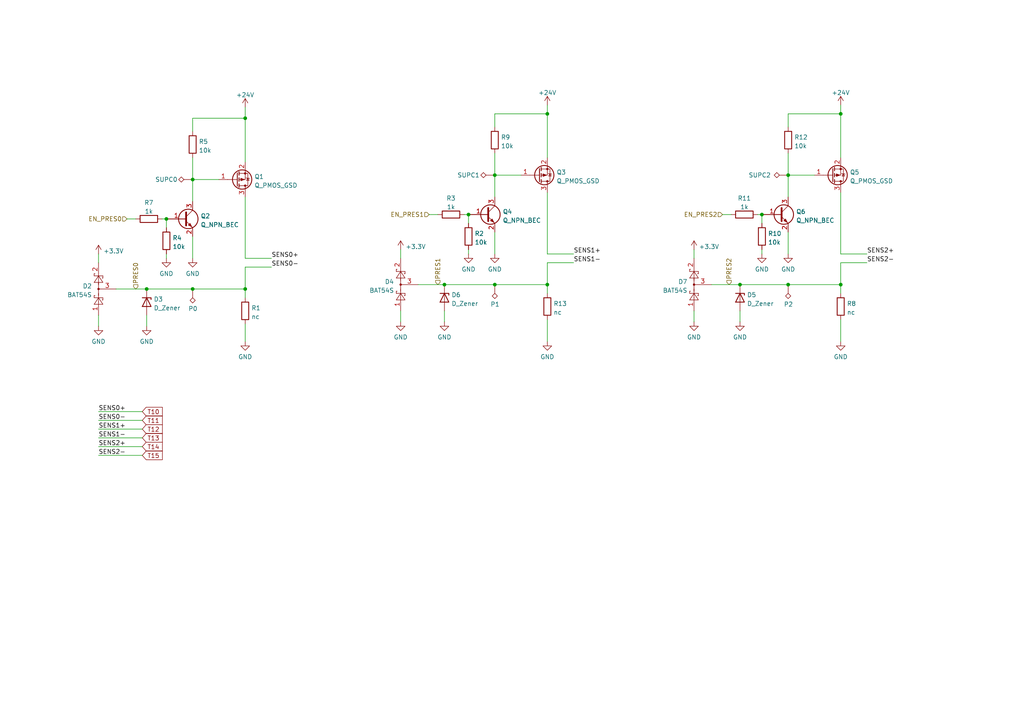
<source format=kicad_sch>
(kicad_sch (version 20211123) (generator eeschema)
  (paper "A4")
  (title_block (title "FloatPUMP Schematics") (date "2022-11-11") (rev "1.0") (company "robtor.de") (comment 1 "Controller board for up to 3 water pumps") (comment 2 "measuring capabilities with piezoresistive pressure sensors") (comment 3 "sensor input Range 4mA-20mA"))
  (lib_symbols
    (symbol "Connector:TestPoint_Alt" (pin_numbers hide) (pin_names (offset 0.762) hide)
      (property "Reference" "TP" (at 0 6.858 0))
      (property "Value" "TestPoint_Alt" (at 0 5.08 0))
      (symbol "TestPoint_Alt_0_1"
        (polyline (pts (xy 0 2.54) (xy -0.762 3.302) (xy 0 4.064) (xy 0.762 3.302) (xy 0 2.54)))
      )
      (symbol "TestPoint_Alt_1_1"
        (pin passive line (at 0 0 90) (length 2.54) (name "1") (number "1"))
      )
    )
    (symbol "Device:D_Zener" (pin_numbers hide) (pin_names (offset 1.016) hide)
      (property "Reference" "D" (at 0 2.54 0))
      (property "Value" "D_Zener" (at 0 -2.54 0))
      (symbol "D_Zener_0_1"
        (polyline (pts (xy 1.27 0) (xy -1.27 0)))
        (polyline (pts (xy -1.27 -1.27) (xy -1.27 1.27) (xy -0.762 1.27)) (stroke (width 0.254)))
        (polyline (pts (xy 1.27 -1.27) (xy 1.27 1.27) (xy -1.27 0) (xy 1.27 -1.27)) (stroke (width 0.254)))
      )
      (symbol "D_Zener_1_1"
        (pin passive line (at -3.81 0 0) (length 2.54) (name "K") (number "1"))
        (pin passive line (at 3.81 0 180) (length 2.54) (name "A") (number "2"))
      )
    )
    (symbol "Device:Q_NPN_BEC" (pin_names (offset 0) hide)
      (property "Reference" "Q" (at 5.08 1.27 0))
      (property "Value" "Q_NPN_BEC" (at 5.08 -1.27 0))
      (symbol "Q_NPN_BEC_0_1"
        (polyline (pts (xy 0.635 0.635) (xy 2.54 2.54)))
        (polyline (pts (xy 0.635 -0.635) (xy 2.54 -2.54) (xy 2.54 -2.54)))
        (polyline (pts (xy 0.635 1.905) (xy 0.635 -1.905) (xy 0.635 -1.905)) (stroke (width 0.508)))
        (polyline (pts (xy 1.27 -1.778) (xy 1.778 -1.27) (xy 2.286 -2.286) (xy 1.27 -1.778) (xy 1.27 -1.778)) (fill (type outline)))
        (circle (center 1.27 0) (radius 2.8194) (stroke (width 0.254)))
      )
      (symbol "Q_NPN_BEC_1_1"
        (pin input line (at -5.08 0 0) (length 5.715) (name "B") (number "1"))
        (pin passive line (at 2.54 -5.08 90) (length 2.54) (name "E") (number "2"))
        (pin passive line (at 2.54 5.08 270) (length 2.54) (name "C") (number "3"))
      )
    )
    (symbol "Device:Q_PMOS_GSD" (pin_names (offset 0) hide)
      (property "Reference" "Q" (at 5.08 1.27 0))
      (property "Value" "Q_PMOS_GSD" (at 5.08 -1.27 0))
      (symbol "Q_PMOS_GSD_0_1"
        (polyline (pts (xy 0.254 0) (xy -2.54 0)))
        (polyline (pts (xy 0.254 1.905) (xy 0.254 -1.905)) (stroke (width 0.254)))
        (polyline (pts (xy 0.762 -1.27) (xy 0.762 -2.286)) (stroke (width 0.254)))
        (polyline (pts (xy 0.762 0.508) (xy 0.762 -0.508)) (stroke (width 0.254)))
        (polyline (pts (xy 0.762 2.286) (xy 0.762 1.27)) (stroke (width 0.254)))
        (polyline (pts (xy 2.54 2.54) (xy 2.54 1.778)))
        (polyline (pts (xy 2.54 -2.54) (xy 2.54 0) (xy 0.762 0)))
        (polyline (pts (xy 0.762 1.778) (xy 3.302 1.778) (xy 3.302 -1.778) (xy 0.762 -1.778)))
        (polyline (pts (xy 2.286 0) (xy 1.27 0.381) (xy 1.27 -0.381) (xy 2.286 0)) (fill (type outline)))
        (polyline (pts (xy 2.794 -0.508) (xy 2.921 -0.381) (xy 3.683 -0.381) (xy 3.81 -0.254)))
        (polyline (pts (xy 3.302 -0.381) (xy 2.921 0.254) (xy 3.683 0.254) (xy 3.302 -0.381)))
        (circle (center 1.651 0) (radius 2.794) (stroke (width 0.254)))
        (circle (center 2.54 -1.778) (radius 0.254) (fill (type outline)))
        (circle (center 2.54 1.778) (radius 0.254) (fill (type outline)))
      )
      (symbol "Q_PMOS_GSD_1_1"
        (pin input line (at -5.08 0 0) (length 2.54) (name "G") (number "1"))
        (pin passive line (at 2.54 -5.08 90) (length 2.54) (name "S") (number "2"))
        (pin passive line (at 2.54 5.08 270) (length 2.54) (name "D") (number "3"))
      )
    )
    (symbol "Device:R" (pin_numbers hide) (pin_names (offset 0))
      (property "Reference" "R" (at 2.032 0 90))
      (property "Value" "R" (at 0 0 90))
      (symbol "R_0_1"
        (rectangle (start -1.016 -2.54) (end 1.016 2.54) (stroke (width 0.254)))
      )
      (symbol "R_1_1"
        (pin passive line (at 0 3.81 270) (length 1.27) (name "~") (number "1"))
        (pin passive line (at 0 -3.81 90) (length 1.27) (name "~") (number "2"))
      )
    )
    (symbol "Diode:BAT54S" (pin_names (offset 1.016))
      (property "Reference" "D" (at 0.635 -3.81 0))
      (property "Value" "BAT54S" (at -6.35 3.175 0))
      (symbol "BAT54S_0_1"
        (polyline (pts (xy -3.81 0) (xy -1.27 0)))
        (polyline (pts (xy -3.175 -1.27) (xy -3.175 -1.016)))
        (polyline (pts (xy -2.54 -1.27) (xy -3.175 -1.27)))
        (polyline (pts (xy -2.54 -1.27) (xy -2.54 1.27)))
        (polyline (pts (xy -2.54 1.27) (xy -1.905 1.27)))
        (polyline (pts (xy -1.905 0) (xy 1.905 0)))
        (polyline (pts (xy -1.905 1.27) (xy -1.905 1.016)))
        (polyline (pts (xy 1.27 0) (xy 3.81 0)))
        (polyline (pts (xy 3.175 -1.27) (xy 3.175 -1.016)))
        (polyline (pts (xy 3.81 -1.27) (xy 3.175 -1.27)))
        (polyline (pts (xy 3.81 -1.27) (xy 3.81 1.27)))
        (polyline (pts (xy 3.81 1.27) (xy 4.445 1.27)))
        (polyline (pts (xy 4.445 1.27) (xy 4.445 1.016)))
        (polyline (pts (xy -4.445 1.27) (xy -4.445 -1.27) (xy -2.54 0) (xy -4.445 1.27)))
        (polyline (pts (xy 1.905 1.27) (xy 1.905 -1.27) (xy 3.81 0) (xy 1.905 1.27)))
        (circle (center 0 0) (radius 0.254) (fill (type outline)))
      )
      (symbol "BAT54S_1_1"
        (pin passive line (at -7.62 0 0) (length 3.81) (name "~") (number "1"))
        (pin passive line (at 7.62 0 180) (length 3.81) (name "~") (number "2"))
        (pin passive line (at 0 -5.08 90) (length 5.08) (name "~") (number "3"))
      )
    )
    (symbol "power:+24V" (power) (pin_names (offset 0))
      (property "Value" "+24V" (at 0 3.556 0))
      (symbol "+24V_0_1"
        (polyline (pts (xy -0.762 1.27) (xy 0 2.54)))
        (polyline (pts (xy 0 0) (xy 0 2.54)))
        (polyline (pts (xy 0 2.54) (xy 0.762 1.27)))
      )
      (symbol "+24V_1_1"
        (pin power_in line (at 0 0 90) (length 0) hide (name "+24V") (number "1"))
      )
    )
    (symbol "power:+3.3V" (power) (pin_names (offset 0))
      (property "Value" "+3.3V" (at 0 3.556 0))
      (symbol "+3.3V_0_1"
        (polyline (pts (xy -0.762 1.27) (xy 0 2.54)))
        (polyline (pts (xy 0 0) (xy 0 2.54)))
        (polyline (pts (xy 0 2.54) (xy 0.762 1.27)))
      )
      (symbol "+3.3V_1_1"
        (pin power_in line (at 0 0 90) (length 0) hide (name "+3.3V") (number "1"))
      )
    )
    (symbol "power:GND" (power) (pin_names (offset 0))
      (property "Value" "GND" (at 0 -3.81 0))
      (symbol "GND_0_1"
        (polyline (pts (xy 0 0) (xy 0 -1.27) (xy 1.27 -1.27) (xy 0 -2.54) (xy -1.27 -1.27) (xy 0 -1.27)))
      )
      (symbol "GND_1_1"
        (pin power_in line (at 0 0 270) (length 0) hide (name "GND") (number "1"))
      )
    )
  )
  (junction (at 143.51 50.8))
  (junction (at 214.63 82.55))
  (junction (at 158.75 33.02))
  (junction (at 243.84 33.02))
  (junction (at 243.84 82.55))
  (junction (at 55.88 52.07))
  (junction (at 42.545 83.82))
  (junction (at 158.75 82.55))
  (junction (at 228.6 82.55))
  (junction (at 228.6 50.8))
  (junction (at 220.98 62.23))
  (junction (at 135.89 62.23))
  (junction (at 55.88 83.82))
  (junction (at 128.905 82.55))
  (junction (at 143.51 82.55))
  (junction (at 71.12 83.82))
  (junction (at 48.26 63.5))
  (junction (at 71.12 34.29))
  (wire (pts (xy 33.655 83.82) (xy 42.545 83.82)))
  (wire (pts (xy 219.71 62.23) (xy 220.98 62.23)))
  (wire (pts (xy 143.51 33.02) (xy 158.75 33.02)))
  (wire (pts (xy 28.575 132.08) (xy 41.275 132.08)))
  (wire (pts (xy 220.98 72.39) (xy 220.98 73.66)))
  (wire (pts (xy 228.6 44.45) (xy 228.6 50.8)))
  (wire (pts (xy 128.905 90.17) (xy 128.905 93.345)))
  (wire (pts (xy 134.62 62.23) (xy 135.89 62.23)))
  (wire (pts (xy 42.545 83.82) (xy 55.88 83.82)))
  (wire (pts (xy 158.75 82.55) (xy 158.75 85.09)))
  (wire (pts (xy 28.575 119.38) (xy 41.275 119.38)))
  (wire (pts (xy 243.84 82.55) (xy 243.84 85.09)))
  (wire (pts (xy 28.575 124.46) (xy 41.275 124.46)))
  (wire (pts (xy 28.575 127) (xy 41.275 127)))
  (wire (pts (xy 55.88 45.72) (xy 55.88 52.07)))
  (wire (pts (xy 166.37 76.2) (xy 158.75 76.2)))
  (wire (pts (xy 28.575 129.54) (xy 41.275 129.54)))
  (wire (pts (xy 228.6 67.31) (xy 228.6 73.66)))
  (wire (pts (xy 158.75 76.2) (xy 158.75 82.55)))
  (wire (pts (xy 243.84 92.71) (xy 243.84 99.06)))
  (wire (pts (xy 71.12 57.15) (xy 71.12 74.93)))
  (wire (pts (xy 124.46 62.23) (xy 127 62.23)))
  (wire (pts (xy 48.26 63.5) (xy 48.26 66.04)))
  (wire (pts (xy 158.75 92.71) (xy 158.75 99.06)))
  (wire (pts (xy 158.75 55.88) (xy 158.75 73.66)))
  (wire (pts (xy 201.295 72.39) (xy 201.295 74.93)))
  (wire (pts (xy 228.6 36.83) (xy 228.6 33.02)))
  (wire (pts (xy 158.75 30.48) (xy 158.75 33.02)))
  (wire (pts (xy 228.6 50.8) (xy 236.22 50.8)))
  (wire (pts (xy 128.905 82.55) (xy 143.51 82.55)))
  (wire (pts (xy 201.295 90.17) (xy 201.295 93.345)))
  (wire (pts (xy 28.575 73.66) (xy 28.575 76.2)))
  (wire (pts (xy 143.51 36.83) (xy 143.51 33.02)))
  (wire (pts (xy 220.98 62.23) (xy 220.98 64.77)))
  (wire (pts (xy 78.74 77.47) (xy 71.12 77.47)))
  (wire (pts (xy 135.89 72.39) (xy 135.89 73.66)))
  (wire (pts (xy 78.74 74.93) (xy 71.12 74.93)))
  (wire (pts (xy 55.88 38.1) (xy 55.88 34.29)))
  (wire (pts (xy 228.6 82.55) (xy 243.84 82.55)))
  (wire (pts (xy 55.88 52.07) (xy 63.5 52.07)))
  (wire (pts (xy 36.83 63.5) (xy 39.37 63.5)))
  (wire (pts (xy 251.46 73.66) (xy 243.84 73.66)))
  (wire (pts (xy 28.575 91.44) (xy 28.575 94.615)))
  (wire (pts (xy 214.63 82.55) (xy 228.6 82.55)))
  (wire (pts (xy 206.375 82.55) (xy 214.63 82.55)))
  (wire (pts (xy 55.88 68.58) (xy 55.88 74.93)))
  (wire (pts (xy 143.51 50.8) (xy 143.51 57.15)))
  (wire (pts (xy 55.88 34.29) (xy 71.12 34.29)))
  (wire (pts (xy 143.51 44.45) (xy 143.51 50.8)))
  (wire (pts (xy 121.285 82.55) (xy 128.905 82.55)))
  (wire (pts (xy 251.46 76.2) (xy 243.84 76.2)))
  (wire (pts (xy 209.55 62.23) (xy 212.09 62.23)))
  (wire (pts (xy 71.12 34.29) (xy 71.12 46.99)))
  (wire (pts (xy 135.89 64.77) (xy 135.89 62.23)))
  (wire (pts (xy 228.6 50.8) (xy 228.6 57.15)))
  (wire (pts (xy 143.51 67.31) (xy 143.51 73.66)))
  (wire (pts (xy 55.88 52.07) (xy 55.88 58.42)))
  (wire (pts (xy 42.545 91.44) (xy 42.545 94.615)))
  (wire (pts (xy 158.75 33.02) (xy 158.75 45.72)))
  (wire (pts (xy 243.84 33.02) (xy 243.84 45.72)))
  (wire (pts (xy 48.26 73.66) (xy 48.26 74.93)))
  (wire (pts (xy 143.51 82.55) (xy 158.75 82.55)))
  (wire (pts (xy 166.37 73.66) (xy 158.75 73.66)))
  (wire (pts (xy 71.12 93.98) (xy 71.12 99.06)))
  (wire (pts (xy 116.205 72.39) (xy 116.205 74.93)))
  (wire (pts (xy 143.51 50.8) (xy 151.13 50.8)))
  (wire (pts (xy 243.84 76.2) (xy 243.84 82.55)))
  (wire (pts (xy 228.6 33.02) (xy 243.84 33.02)))
  (wire (pts (xy 71.12 83.82) (xy 71.12 86.36)))
  (wire (pts (xy 71.12 31.115) (xy 71.12 34.29)))
  (wire (pts (xy 28.575 121.92) (xy 41.275 121.92)))
  (wire (pts (xy 71.12 77.47) (xy 71.12 83.82)))
  (wire (pts (xy 55.88 83.82) (xy 71.12 83.82)))
  (wire (pts (xy 243.84 30.48) (xy 243.84 33.02)))
  (wire (pts (xy 243.84 55.88) (xy 243.84 73.66)))
  (wire (pts (xy 46.99 63.5) (xy 48.26 63.5)))
  (wire (pts (xy 116.205 90.17) (xy 116.205 93.345)))
  (wire (pts (xy 214.63 90.17) (xy 214.63 93.345)))
  (label "SENS0+" (at 78.74 74.93 0))
  (label "SENS1-" (at 166.37 76.2 0))
  (label "SENS0-" (at 78.74 77.47 0))
  (label "SENS1+" (at 166.37 73.66 0))
  (label "SENS1-" (at 28.575 127 0))
  (label "SENS1+" (at 28.575 124.46 0))
  (label "SENS2+" (at 251.46 73.66 0))
  (label "SENS2-" (at 251.46 76.2 0))
  (label "SENS0-" (at 28.575 121.92 0))
  (label "SENS2-" (at 28.575 132.08 0))
  (label "SENS2+" (at 28.575 129.54 0))
  (label "SENS0+" (at 28.575 119.38 0))
  (global_label "T13" (shape input) (at 41.275 127 0) (property "Referenzen zwischen Schaltplänen" "${INTERSHEET_REFS}" (effects hide)))
  (global_label "T14" (shape input) (at 41.275 129.54 0) (property "Referenzen zwischen Schaltplänen" "${INTERSHEET_REFS}" (effects hide)))
  (global_label "T11" (shape input) (at 41.275 121.92 0) (property "Referenzen zwischen Schaltplänen" "${INTERSHEET_REFS}" (effects hide)))
  (global_label "T15" (shape input) (at 41.275 132.08 0) (property "Referenzen zwischen Schaltplänen" "${INTERSHEET_REFS}" (effects hide)))
  (global_label "T10" (shape input) (at 41.275 119.38 0) (property "Referenzen zwischen Schaltplänen" "${INTERSHEET_REFS}" (effects hide)))
  (global_label "T12" (shape input) (at 41.275 124.46 0) (property "Referenzen zwischen Schaltplänen" "${INTERSHEET_REFS}" (effects hide)))
  (hierarchical_label "EN_PRES1" (shape input) (at 124.46 62.23 180))
  (hierarchical_label "PRES2" (shape input) (at 211.455 82.55 90))
  (hierarchical_label "PRES0" (shape input) (at 39.37 83.82 90))
  (hierarchical_label "EN_PRES2" (shape input) (at 209.55 62.23 180))
  (hierarchical_label "EN_PRES0" (shape input) (at 36.83 63.5 180))
  (hierarchical_label "PRES1" (shape input) (at 127 82.55 90))
  (symbol (lib_id "power:GND") (at 214.63 93.345 0) (unit 1)
    (property "Reference" "#PWR058" (effects hide))
    (property "Value" "GND" (at 214.63 97.7884 0))
  )
  (symbol (lib_id "Diode:BAT54S") (at 28.575 83.82 90) (unit 1)
    (property "Reference" "D2" (at 26.67 82.9853 90) (effects (justify left)))
    (property "Value" "BAT54S" (at 26.67 85.5222 90) (effects (justify left)))
    (property "Footprint" "Package_TO_SOT_SMD:SOT-23" (effects hide))
    (property "Datasheet" "https://www.diodes.com/assets/Datasheets/ds11005.pdf" (effects hide))
    (property "JLCPCB" "Extended" (effects hide))
    (property "LCSC" "C2762214" (effects hide))
  )
  (symbol (lib_id "power:+3.3V") (at 116.205 72.39 0) (unit 1)
    (property "Reference" "#PWR049" (effects hide))
    (property "Value" "+3.3V" (at 117.602 71.5538 0) (effects (justify left)))
  )
  (symbol (lib_id "Device:Q_PMOS_GSD") (at 241.3 50.8 0) (mirror x) (unit 1)
    (property "Reference" "Q5" (at 246.507 49.9653 0) (effects (justify left)))
    (property "Value" "Q_PMOS_GSD" (at 246.507 52.5022 0) (effects (justify left)))
    (property "Footprint" "Package_TO_SOT_SMD:SOT-23" (effects hide))
    (property "LCSC" "C15127" (effects hide))
    (property "JLCPCB" "Basic" (effects hide))
  )
  (symbol (lib_id "power:GND") (at 228.6 73.66 0) (unit 1)
    (property "Reference" "#PWR060" (effects hide))
    (property "Value" "GND" (at 228.6 78.1034 0))
  )
  (symbol (lib_id "power:+24V") (at 158.75 30.48 0) (unit 1)
    (property "Reference" "#PWR054" (effects hide))
    (property "Value" "+24V" (at 158.75 26.9042 0))
  )
  (symbol (lib_id "Device:Q_PMOS_GSD") (at 156.21 50.8 0) (mirror x) (unit 1)
    (property "Reference" "Q3" (at 161.417 49.9653 0) (effects (justify left)))
    (property "Value" "Q_PMOS_GSD" (at 161.417 52.5022 0) (effects (justify left)))
    (property "Footprint" "Package_TO_SOT_SMD:SOT-23" (effects hide))
    (property "LCSC" "C15127" (effects hide))
    (property "JLCPCB" "Basic" (effects hide))
  )
  (symbol (lib_id "power:GND") (at 116.205 93.345 0) (unit 1)
    (property "Reference" "#PWR050" (effects hide))
    (property "Value" "GND" (at 116.205 97.7884 0))
  )
  (symbol (lib_id "Device:Q_PMOS_GSD") (at 68.58 52.07 0) (mirror x) (unit 1)
    (property "Reference" "Q1" (at 73.787 51.2353 0) (effects (justify left)))
    (property "Value" "Q_PMOS_GSD" (at 73.787 53.7722 0) (effects (justify left)))
    (property "Footprint" "Package_TO_SOT_SMD:SOT-23" (effects hide))
    (property "Datasheet" "https://datasheet.lcsc.com/lcsc/1811031711_LRC-LBSS84LT1G_C8492.pdf" (effects hide))
    (property "LCSC" "C15127" (effects hide))
    (property "JLCPCB" "Basic" (effects hide))
  )
  (symbol (lib_id "power:+3.3V") (at 28.575 73.66 0) (unit 1)
    (property "Reference" "#PWR042" (effects hide))
    (property "Value" "+3.3V" (at 29.972 72.8238 0) (effects (justify left)))
  )
  (symbol (lib_id "power:GND") (at 158.75 99.06 0) (unit 1)
    (property "Reference" "#PWR055" (effects hide))
    (property "Value" "GND" (at 158.75 103.5034 0))
  )
  (symbol (lib_id "Connector:TestPoint_Alt") (at 55.88 83.82 180) (unit 1)
    (property "Reference" "TP3" (effects hide))
    (property "Value" "P0" (at 54.61 89.535 0) (effects (justify right)))
    (property "Footprint" "TestPoint:TestPoint_Pad_D1.0mm" (effects hide))
  )
  (symbol (lib_id "Connector:TestPoint_Alt") (at 228.6 82.55 180) (unit 1)
    (property "Reference" "TP8" (effects hide))
    (property "Value" "P2" (at 227.33 88.265 0) (effects (justify right)))
    (property "Footprint" "TestPoint:TestPoint_Pad_D1.0mm" (effects hide))
  )
  (symbol (lib_id "Device:R") (at 215.9 62.23 90) (unit 1)
    (property "Reference" "R11" (at 215.9 57.5142 90))
    (property "Value" "1k" (at 215.9 60.0511 90))
    (property "Footprint" "Resistor_SMD:R_0603_1608Metric" (effects hide))
    (property "JLCPCB" "Basic" (effects hide))
    (property "LCSC" "C21190" (effects hide))
  )
  (symbol (lib_id "power:+3.3V") (at 201.295 72.39 0) (unit 1)
    (property "Reference" "#PWR056" (effects hide))
    (property "Value" "+3.3V" (at 202.692 71.5538 0) (effects (justify left)))
  )
  (symbol (lib_id "Device:R") (at 55.88 41.91 0) (unit 1)
    (property "Reference" "R5" (at 57.658 41.0753 0) (effects (justify left)))
    (property "Value" "10k" (at 57.658 43.6122 0) (effects (justify left)))
    (property "Footprint" "Resistor_SMD:R_0603_1608Metric" (effects hide))
    (property "JLCPCB" "Basic" (effects hide))
    (property "LCSC" "C25804" (effects hide))
  )
  (symbol (lib_id "power:GND") (at 243.84 99.06 0) (unit 1)
    (property "Reference" "#PWR062" (effects hide))
    (property "Value" "GND" (at 243.84 103.5034 0))
  )
  (symbol (lib_id "Connector:TestPoint_Alt") (at 143.51 50.8 90) (unit 1)
    (property "Reference" "TP6" (effects hide))
    (property "Value" "SUPC1" (at 135.89 50.8 90))
    (property "Footprint" "TestPoint:TestPoint_Pad_D1.0mm" (effects hide))
  )
  (symbol (lib_id "Device:D_Zener") (at 214.63 86.36 270) (unit 1)
    (property "Reference" "D5" (at 216.662 85.5253 90) (effects (justify left)))
    (property "Value" "D_Zener" (at 216.662 88.0622 90) (effects (justify left)))
    (property "Footprint" "Diode_SMD:D_MiniMELF" (effects hide))
    (property "JLCPCB" "Basic" (effects hide))
    (property "LCSC" "C8056" (effects hide))
  )
  (symbol (lib_id "power:GND") (at 48.26 74.93 0) (unit 1)
    (property "Reference" "#PWR045" (effects hide))
    (property "Value" "GND" (at 48.26 79.3734 0))
  )
  (symbol (lib_id "Device:Q_NPN_BEC") (at 140.97 62.23 0) (unit 1)
    (property "Reference" "Q4" (at 145.8214 61.3953 0) (effects (justify left)))
    (property "Value" "Q_NPN_BEC" (at 145.8214 63.9322 0) (effects (justify left)))
    (property "Footprint" "Package_TO_SOT_SMD:SOT-23" (effects hide))
    (property "Datasheet" "https://datasheet.lcsc.com/lcsc/1912111437_Diodes-Incorporated-FMMT491TA_C141788.pdf" (effects hide))
    (property "JLCPCB" "Basic" (effects hide))
    (property "LCSC" "C20526" (effects hide))
  )
  (symbol (lib_id "power:GND") (at 135.89 73.66 0) (unit 1)
    (property "Reference" "#PWR052" (effects hide))
    (property "Value" "GND" (at 135.89 78.1034 0))
  )
  (symbol (lib_id "Device:Q_NPN_BEC") (at 53.34 63.5 0) (unit 1)
    (property "Reference" "Q2" (at 58.1914 62.6653 0) (effects (justify left)))
    (property "Value" "Q_NPN_BEC" (at 58.1914 65.2022 0) (effects (justify left)))
    (property "Footprint" "Package_TO_SOT_SMD:SOT-23" (effects hide))
    (property "Datasheet" "https://datasheet.lcsc.com/lcsc/1912111437_Diodes-Incorporated-FMMT491TA_C141788.pdf" (effects hide))
    (property "JLCPCB" "Basic" (effects hide))
    (property "LCSC" "C20526" (effects hide))
  )
  (symbol (lib_id "power:GND") (at 201.295 93.345 0) (unit 1)
    (property "Reference" "#PWR057" (effects hide))
    (property "Value" "GND" (at 201.295 97.7884 0))
  )
  (symbol (lib_id "Connector:TestPoint_Alt") (at 143.51 82.55 180) (unit 1)
    (property "Reference" "TP5" (effects hide))
    (property "Value" "P1" (at 142.24 88.265 0) (effects (justify right)))
    (property "Footprint" "TestPoint:TestPoint_Pad_D1.0mm" (effects hide))
  )
  (symbol (lib_id "power:+24V") (at 71.12 31.115 0) (unit 1)
    (property "Reference" "#PWR047" (effects hide))
    (property "Value" "+24V" (at 71.12 27.5392 0))
  )
  (symbol (lib_id "Connector:TestPoint_Alt") (at 55.88 52.07 90) (unit 1)
    (property "Reference" "TP4" (effects hide))
    (property "Value" "SUPC0" (at 48.26 52.07 90))
    (property "Footprint" "TestPoint:TestPoint_Pad_D1.0mm" (effects hide))
  )
  (symbol (lib_id "power:GND") (at 71.12 99.06 0) (unit 1)
    (property "Reference" "#PWR048" (effects hide))
    (property "Value" "GND" (at 71.12 103.5034 0))
  )
  (symbol (lib_id "power:+24V") (at 243.84 30.48 0) (unit 1)
    (property "Reference" "#PWR061" (effects hide))
    (property "Value" "+24V" (at 243.84 26.9042 0))
  )
  (symbol (lib_id "power:GND") (at 143.51 73.66 0) (unit 1)
    (property "Reference" "#PWR053" (effects hide))
    (property "Value" "GND" (at 143.51 78.1034 0))
  )
  (symbol (lib_id "Device:R") (at 220.98 68.58 0) (unit 1)
    (property "Reference" "R10" (at 222.758 67.7453 0) (effects (justify left)))
    (property "Value" "10k" (at 222.758 70.2822 0) (effects (justify left)))
    (property "Footprint" "Resistor_SMD:R_0603_1608Metric" (effects hide))
    (property "JLCPCB" "Basic" (effects hide))
    (property "LCSC" "C25804" (effects hide))
  )
  (symbol (lib_id "Device:R") (at 135.89 68.58 0) (unit 1)
    (property "Reference" "R2" (at 137.668 67.7453 0) (effects (justify left)))
    (property "Value" "10k" (at 137.668 70.2822 0) (effects (justify left)))
    (property "Footprint" "Resistor_SMD:R_0603_1608Metric" (effects hide))
    (property "JLCPCB" "Basic" (effects hide))
    (property "LCSC" "C25804" (effects hide))
  )
  (symbol (lib_id "Device:R") (at 158.75 88.9 0) (unit 1)
    (property "Reference" "R13" (at 160.528 88.0653 0) (effects (justify left)))
    (property "Value" "nc" (at 160.528 90.6022 0) (effects (justify left)))
    (property "Footprint" "Resistor_THT:R_Axial_DIN0204_L3.6mm_D1.6mm_P7.62mm_Horizontal" (effects hide))
  )
  (symbol (lib_id "Device:D_Zener") (at 42.545 87.63 270) (unit 1)
    (property "Reference" "D3" (at 44.577 86.7953 90) (effects (justify left)))
    (property "Value" "D_Zener" (at 44.577 89.3322 90) (effects (justify left)))
    (property "Footprint" "Diode_SMD:D_MiniMELF" (effects hide))
    (property "JLCPCB" "Basic" (effects hide))
    (property "LCSC" "C8056" (effects hide))
  )
  (symbol (lib_id "Device:R") (at 48.26 69.85 0) (unit 1)
    (property "Reference" "R4" (at 50.038 69.0153 0) (effects (justify left)))
    (property "Value" "10k" (at 50.038 71.5522 0) (effects (justify left)))
    (property "Footprint" "Resistor_SMD:R_0603_1608Metric" (effects hide))
    (property "JLCPCB" "Basic" (effects hide))
    (property "LCSC" "C25804" (effects hide))
  )
  (symbol (lib_id "Device:R") (at 243.84 88.9 0) (unit 1)
    (property "Reference" "R8" (at 245.618 88.0653 0) (effects (justify left)))
    (property "Value" "nc" (at 245.618 90.6022 0) (effects (justify left)))
    (property "Footprint" "Resistor_THT:R_Axial_DIN0204_L3.6mm_D1.6mm_P7.62mm_Horizontal" (effects hide))
  )
  (symbol (lib_id "Device:Q_NPN_BEC") (at 226.06 62.23 0) (unit 1)
    (property "Reference" "Q6" (at 230.9114 61.3953 0) (effects (justify left)))
    (property "Value" "Q_NPN_BEC" (at 230.9114 63.9322 0) (effects (justify left)))
    (property "Footprint" "Package_TO_SOT_SMD:SOT-23" (effects hide))
    (property "Datasheet" "https://datasheet.lcsc.com/lcsc/1912111437_Diodes-Incorporated-FMMT491TA_C141788.pdf" (effects hide))
    (property "JLCPCB" "Basic" (effects hide))
    (property "LCSC" "C20526" (effects hide))
  )
  (symbol (lib_id "power:GND") (at 28.575 94.615 0) (unit 1)
    (property "Reference" "#PWR043" (effects hide))
    (property "Value" "GND" (at 28.575 99.0584 0))
  )
  (symbol (lib_id "Device:R") (at 71.12 90.17 0) (unit 1)
    (property "Reference" "R1" (at 72.898 89.3353 0) (effects (justify left)))
    (property "Value" "nc" (at 72.898 91.8722 0) (effects (justify left)))
    (property "Footprint" "Resistor_THT:R_Axial_DIN0204_L3.6mm_D1.6mm_P7.62mm_Horizontal" (effects hide))
  )
  (symbol (lib_id "Diode:BAT54S") (at 201.295 82.55 90) (unit 1)
    (property "Reference" "D7" (at 199.39 81.7153 90) (effects (justify left)))
    (property "Value" "BAT54S" (at 199.39 84.2522 90) (effects (justify left)))
    (property "Footprint" "Package_TO_SOT_SMD:SOT-23" (effects hide))
    (property "Datasheet" "https://www.diodes.com/assets/Datasheets/ds11005.pdf" (effects hide))
    (property "JLCPCB" "Extended" (effects hide))
    (property "LCSC" "C2762214" (effects hide))
  )
  (symbol (lib_id "Device:R") (at 130.81 62.23 90) (unit 1)
    (property "Reference" "R3" (at 130.81 57.5142 90))
    (property "Value" "1k" (at 130.81 60.0511 90))
    (property "Footprint" "Resistor_SMD:R_0603_1608Metric" (effects hide))
    (property "JLCPCB" "Basic" (effects hide))
    (property "LCSC" "C21190" (effects hide))
  )
  (symbol (lib_id "power:GND") (at 220.98 73.66 0) (unit 1)
    (property "Reference" "#PWR059" (effects hide))
    (property "Value" "GND" (at 220.98 78.1034 0))
  )
  (symbol (lib_id "power:GND") (at 42.545 94.615 0) (unit 1)
    (property "Reference" "#PWR044" (effects hide))
    (property "Value" "GND" (at 42.545 99.0584 0))
  )
  (symbol (lib_id "Connector:TestPoint_Alt") (at 228.6 50.8 90) (unit 1)
    (property "Reference" "TP7" (effects hide))
    (property "Value" "SUPC2" (at 220.345 50.8 90))
    (property "Footprint" "TestPoint:TestPoint_Pad_D1.0mm" (effects hide))
  )
  (symbol (lib_id "Diode:BAT54S") (at 116.205 82.55 90) (unit 1)
    (property "Reference" "D4" (at 114.3 81.7153 90) (effects (justify left)))
    (property "Value" "BAT54S" (at 114.3 84.2522 90) (effects (justify left)))
    (property "Footprint" "Package_TO_SOT_SMD:SOT-23" (effects hide))
    (property "Datasheet" "https://www.diodes.com/assets/Datasheets/ds11005.pdf" (effects hide))
    (property "JLCPCB" "Extended" (effects hide))
    (property "LCSC" "C2762214" (effects hide))
  )
  (symbol (lib_id "Device:R") (at 228.6 40.64 0) (unit 1)
    (property "Reference" "R12" (at 230.378 39.8053 0) (effects (justify left)))
    (property "Value" "10k" (at 230.378 42.3422 0) (effects (justify left)))
    (property "Footprint" "Resistor_SMD:R_0603_1608Metric" (effects hide))
    (property "JLCPCB" "Basic" (effects hide))
    (property "LCSC" "C25804" (effects hide))
  )
  (symbol (lib_id "power:GND") (at 55.88 74.93 0) (unit 1)
    (property "Reference" "#PWR046" (effects hide))
    (property "Value" "GND" (at 55.88 79.3734 0))
  )
  (symbol (lib_id "power:GND") (at 128.905 93.345 0) (unit 1)
    (property "Reference" "#PWR051" (effects hide))
    (property "Value" "GND" (at 128.905 97.7884 0))
  )
  (symbol (lib_id "Device:D_Zener") (at 128.905 86.36 270) (unit 1)
    (property "Reference" "D6" (at 130.937 85.5253 90) (effects (justify left)))
    (property "Value" "D_Zener" (at 130.937 88.0622 90) (effects (justify left)))
    (property "Footprint" "Diode_SMD:D_MiniMELF" (effects hide))
    (property "JLCPCB" "Basic" (effects hide))
    (property "LCSC" "C8056" (effects hide))
  )
  (symbol (lib_id "Device:R") (at 43.18 63.5 90) (unit 1)
    (property "Reference" "R7" (at 43.18 58.7842 90))
    (property "Value" "1k" (at 43.18 61.3211 90))
    (property "Footprint" "Resistor_SMD:R_0603_1608Metric" (effects hide))
    (property "JLCPCB" "Basic" (effects hide))
    (property "LCSC" "C21190" (effects hide))
  )
  (symbol (lib_id "Device:R") (at 143.51 40.64 0) (unit 1)
    (property "Reference" "R9" (at 145.288 39.8053 0) (effects (justify left)))
    (property "Value" "10k" (at 145.288 42.3422 0) (effects (justify left)))
    (property "Footprint" "Resistor_SMD:R_0603_1608Metric" (effects hide))
    (property "JLCPCB" "Basic" (effects hide))
    (property "LCSC" "C25804" (effects hide))
  )
)
</source>
